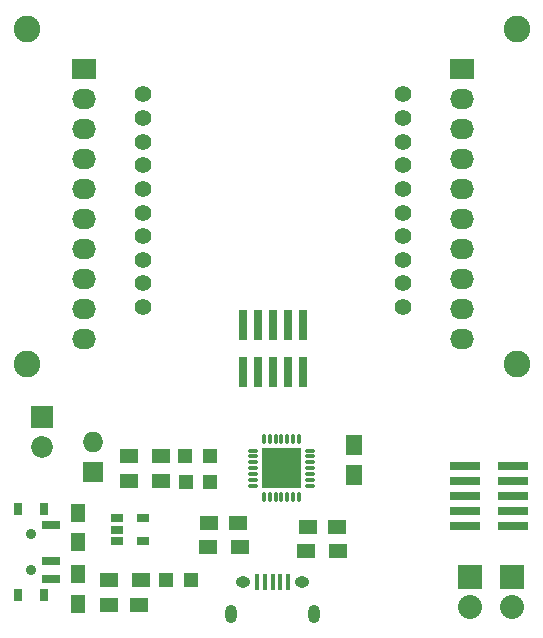
<source format=gbr>
G04 #@! TF.FileFunction,Soldermask,Top*
%FSLAX46Y46*%
G04 Gerber Fmt 4.6, Leading zero omitted, Abs format (unit mm)*
G04 Created by KiCad (PCBNEW 4.0.4-stable) date 12/28/16 20:43:16*
%MOMM*%
%LPD*%
G01*
G04 APERTURE LIST*
%ADD10C,0.100000*%
%ADD11C,2.260600*%
%ADD12C,0.900000*%
%ADD13R,1.500000X0.700000*%
%ADD14R,0.800000X1.000000*%
%ADD15R,1.060000X0.650000*%
%ADD16R,1.500000X1.250000*%
%ADD17R,0.750000X2.500000*%
%ADD18C,1.400000*%
%ADD19R,1.250000X1.500000*%
%ADD20R,0.400000X1.350000*%
%ADD21O,1.250000X0.950000*%
%ADD22O,1.000000X1.550000*%
%ADD23R,1.450000X1.700000*%
%ADD24R,1.198880X1.198880*%
%ADD25R,1.850000X1.850000*%
%ADD26C,1.850000*%
%ADD27R,2.032000X1.727200*%
%ADD28O,2.032000X1.727200*%
%ADD29R,2.032000X2.032000*%
%ADD30O,2.032000X2.032000*%
%ADD31R,2.500000X0.750000*%
%ADD32R,1.500000X1.300000*%
%ADD33R,1.727200X1.727200*%
%ADD34O,1.727200X1.727200*%
%ADD35O,0.300000X0.850000*%
%ADD36O,0.850000X0.300000*%
%ADD37R,1.675000X1.675000*%
G04 APERTURE END LIST*
D10*
D11*
X128200000Y-71600000D03*
D12*
X128505000Y-114400000D03*
X128505000Y-117400000D03*
D13*
X130255000Y-113650000D03*
X130255000Y-116650000D03*
X130255000Y-118150000D03*
D14*
X127405000Y-112250000D03*
X127405000Y-119550000D03*
X129605000Y-119550000D03*
X129605000Y-112250000D03*
D15*
X135800000Y-113050000D03*
X135800000Y-114000000D03*
X135800000Y-114950000D03*
X138000000Y-114950000D03*
X138000000Y-113050000D03*
D16*
X137650000Y-120400000D03*
X135150000Y-120400000D03*
D17*
X151540000Y-96670000D03*
X150270000Y-96670000D03*
X149000000Y-96670000D03*
X147730000Y-96670000D03*
X146460000Y-96670000D03*
X146460000Y-100670000D03*
X147730000Y-100670000D03*
X151540000Y-100670000D03*
X150270000Y-100670000D03*
D18*
X160000000Y-77160000D03*
X160000000Y-79160000D03*
X160000000Y-81160000D03*
X160000000Y-83160000D03*
X160000000Y-85160000D03*
X160000000Y-87160000D03*
X160000000Y-89160000D03*
X160000000Y-91160000D03*
X160000000Y-93160000D03*
X160000000Y-95160000D03*
X138000000Y-95160000D03*
X138000000Y-93160000D03*
X138000000Y-91160000D03*
X138000000Y-89160000D03*
X138000000Y-87160000D03*
X138000000Y-85160000D03*
X138000000Y-83160000D03*
X138000000Y-81160000D03*
X138000000Y-79160000D03*
X138000000Y-77160000D03*
D17*
X149000000Y-100670000D03*
D19*
X132510000Y-117800000D03*
X132510000Y-120300000D03*
D20*
X147699100Y-118420000D03*
X148349100Y-118420000D03*
X148999100Y-118420000D03*
X149649100Y-118420000D03*
X150299100Y-118420000D03*
D21*
X146499100Y-118420000D03*
X151499100Y-118420000D03*
D22*
X145499100Y-121120000D03*
X152499100Y-121120000D03*
D23*
X155900000Y-109350000D03*
X155900000Y-106850000D03*
D19*
X132530000Y-115080000D03*
X132530000Y-112580000D03*
D24*
X141620980Y-109970000D03*
X143719020Y-109970000D03*
X141600980Y-107760000D03*
X143699020Y-107760000D03*
X142049020Y-118300000D03*
X139950980Y-118300000D03*
D25*
X129450000Y-104500000D03*
D26*
X129450000Y-107000000D03*
D27*
X133000000Y-75000000D03*
D28*
X133000000Y-77540000D03*
X133000000Y-80080000D03*
X133000000Y-82620000D03*
X133000000Y-85160000D03*
X133000000Y-87700000D03*
X133000000Y-90240000D03*
X133000000Y-92780000D03*
X133000000Y-95320000D03*
X133000000Y-97860000D03*
D29*
X169300000Y-118000000D03*
D30*
X169300000Y-120540000D03*
D29*
X165700000Y-118000000D03*
D30*
X165700000Y-120540000D03*
D31*
X169320000Y-113700000D03*
X169320000Y-112430000D03*
X169320000Y-111160000D03*
X169320000Y-109890000D03*
X169320000Y-108620000D03*
X165320000Y-108620000D03*
X165320000Y-109890000D03*
X165320000Y-113700000D03*
X165320000Y-112430000D03*
X165320000Y-111160000D03*
D27*
X165000000Y-75000000D03*
D28*
X165000000Y-77540000D03*
X165000000Y-80080000D03*
X165000000Y-82620000D03*
X165000000Y-85160000D03*
X165000000Y-87700000D03*
X165000000Y-90240000D03*
X165000000Y-92780000D03*
X165000000Y-95320000D03*
X165000000Y-97860000D03*
D32*
X136852329Y-109917869D03*
X139552329Y-109917869D03*
X136862329Y-107807869D03*
X139562329Y-107807869D03*
X137850000Y-118300000D03*
X135150000Y-118300000D03*
D33*
X133780000Y-109160000D03*
D34*
X133780000Y-106620000D03*
D16*
X154480000Y-113770000D03*
X151980000Y-113770000D03*
X143563432Y-113410654D03*
X146063432Y-113410654D03*
D32*
X151830000Y-115850000D03*
X154530000Y-115850000D03*
X146243432Y-115500654D03*
X143543432Y-115500654D03*
D35*
X148240000Y-111260000D03*
X148740000Y-111260000D03*
X149240000Y-111260000D03*
X149740000Y-111260000D03*
X150240000Y-111260000D03*
X150740000Y-111260000D03*
X151240000Y-111260000D03*
D36*
X152190000Y-110310000D03*
X152190000Y-109810000D03*
X152190000Y-109310000D03*
X152190000Y-108810000D03*
X152190000Y-108310000D03*
X152190000Y-107810000D03*
X152190000Y-107310000D03*
D35*
X151240000Y-106360000D03*
X150740000Y-106360000D03*
X150240000Y-106360000D03*
X149740000Y-106360000D03*
X149240000Y-106360000D03*
X148740000Y-106360000D03*
X148240000Y-106360000D03*
D36*
X147290000Y-107310000D03*
X147290000Y-107810000D03*
X147290000Y-108310000D03*
X147290000Y-108810000D03*
X147290000Y-109310000D03*
X147290000Y-109810000D03*
X147290000Y-110310000D03*
D37*
X150577500Y-107972500D03*
X148902500Y-107972500D03*
X150577500Y-109647500D03*
X148902500Y-109647500D03*
D11*
X128200000Y-100000000D03*
X169700000Y-100000000D03*
X169700000Y-71600000D03*
M02*

</source>
